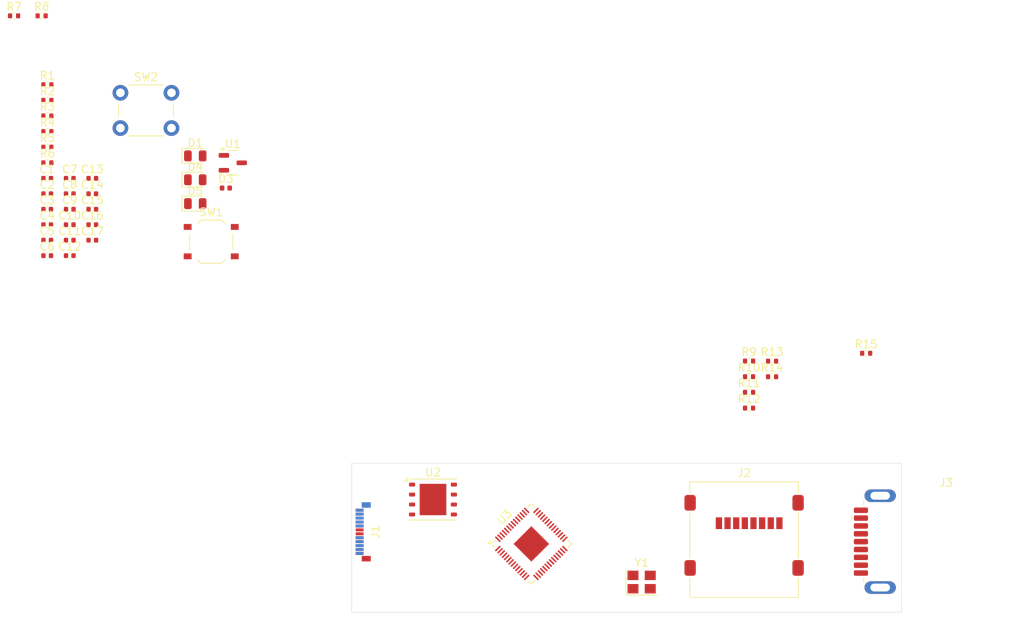
<source format=kicad_pcb>
(kicad_pcb (version 20240108) (generator "pcbnew") (generator_version "8.0")
  (layers (0 "F.Cu" signal) (31 "B.Cu" signal) (34 "B.Paste" user) (35 "F.Paste" user) (36 "B.SilkS" user "B.Silkscreen") (37 "F.SilkS" user "F.Silkscreen") (38 "B.Mask" user) (39 "F.Mask" user) (44 "Edge.Cuts" user))
  (net 0 "")
  (net 1 "XIN")
  (net 2 "GND")
  (net 3 "Net-(C2-Pad2)")
  (net 4 "+5V")
  (net 5 "+3V3")
  (net 6 "+1V1")
  (net 7 "Net-(D1-K)")
  (net 8 "Net-(D3-K)")
  (net 9 "LED")
  (net 10 "Net-(D4-A)")
  (net 11 "Net-(D5-A)")
  (net 12 "Net-(J1-CC1)")
  (net 13 "Net-(J1-CC2)")
  (net 14 "XOUT")
  (net 15 "Net-(R5-Pad1)")
  (net 16 "QSPI_SS")
  (net 17 "D+")
  (net 18 "Net-(U3-USB_DP)")
  (net 19 "Net-(U3-USB_DM)")
  (net 20 "D-")
  (net 21 "Net-(J2-DAT2)")
  (net 22 "CS")
  (net 23 "MOSI")
  (net 24 "CLK")
  (net 25 "MISO")
  (net 26 "Net-(J2-DAT1)")
  (net 27 "PUSH")
  (net 28 "QSPI_SD0")
  (net 29 "QSPI_SD3")
  (net 30 "QSPI_SD2")
  (net 31 "QSPI_SD1")
  (net 32 "QSPI_SCLK")
  (net 33 "GPIO26_ADC0")
  (net 34 "SWD")
  (net 35 "GPIO26_ADC1")
  (net 36 "GPIO26_ADC3")
  (net 37 "GPIO13")
  (net 38 "RUN")
  (net 39 "GPIO20")
  (net 40 "GPIO14")
  (net 41 "GPIO23")
  (net 42 "GPIO18")
  (net 43 "GPIO24")
  (net 44 "GPIO1")
  (net 45 "GPIO6")
  (net 46 "GPIO17")
  (net 47 "GPIO11")
  (net 48 "GPIO12")
  (net 49 "GPIO0")
  (net 50 "GPIO19")
  (net 51 "SWCLK")
  (net 52 "GPIO21")
  (net 53 "GPIO16")
  (net 54 "GPIO22")
  (net 55 "GPIO8")
  (net 56 "GPIO7")
  (net 57 "GPIO9")
  (net 58 "GPIO15")
  (net 59 "GPIO10")
  (footprint "Diode_SMD:D_0805_2012Metric" (layer "F.Cu") (at 59.07 48.93)
    (property "Reference" "D5" (at 0 -1.65 0) (layer "F.SilkS"))
    (property "Value" "S-LMBR340FT1G")
    (fp_line (start -1.685 -0.96) (end -1.685 0.96) (stroke (width 0.12)) (layer "F.SilkS"))
    (fp_line (start -1.685 0.96) (end 1 0.96) (stroke (width 0.12)) (layer "F.SilkS"))
    (fp_line (start 1 -0.96) (end -1.685 -0.96) (stroke (width 0.12)) (layer "F.SilkS"))
    (pad "1" smd roundrect (at -0.9375 0) (size 0.975 1.4) (layers "F.Cu" "F.Paste" "F.Mask") (net 4 "+5V"))
    (pad "2" smd roundrect (at 0.9375 0) (size 0.975 1.4) (layers "F.Cu" "F.Paste" "F.Mask") (net 11 "Net-(D5-A)"))
  )
  (footprint "Capacitor_SMD:C_0402_1005Metric" (layer "F.Cu") (at 43.09 49.645)
    (property "Reference" "C9" (at 0 -1.16 0) (layer "F.SilkS"))
    (property "Value" "1u")
    (fp_line (start -0.107836 -0.36) (end 0.107836 -0.36) (stroke (width 0.12)) (layer "F.SilkS"))
    (fp_line (start -0.107836 0.36) (end 0.107836 0.36) (stroke (width 0.12)) (layer "F.SilkS"))
    (pad "1" smd roundrect (at -0.48 0) (size 0.56 0.62) (layers "F.Cu" "F.Paste" "F.Mask") (net 6 "+1V1"))
    (pad "2" smd roundrect (at 0.48 0) (size 0.56 0.62) (layers "F.Cu" "F.Paste" "F.Mask") (net 2 "GND"))
  )
  (footprint "Capacitor_SMD:C_0402_1005Metric" (layer "F.Cu") (at 45.96 45.705)
    (property "Reference" "C13" (at 0 -1.16 0) (layer "F.SilkS"))
    (property "Value" "100n")
    (fp_line (start -0.107836 -0.36) (end 0.107836 -0.36) (stroke (width 0.12)) (layer "F.SilkS"))
    (fp_line (start -0.107836 0.36) (end 0.107836 0.36) (stroke (width 0.12)) (layer "F.SilkS"))
    (pad "1" smd roundrect (at -0.48 0) (size 0.56 0.62) (layers "F.Cu" "F.Paste" "F.Mask") (net 5 "+3V3"))
    (pad "2" smd roundrect (at 0.48 0) (size 0.56 0.62) (layers "F.Cu" "F.Paste" "F.Mask") (net 2 "GND"))
  )
  (footprint "Resistor_SMD:R_0402_1005Metric" (layer "F.Cu") (at 40.24 37.755)
    (property "Reference" "R3" (at 0 -1.17 0) (layer "F.SilkS"))
    (property "Value" "1k")
    (fp_line (start -0.153641 -0.38) (end 0.153641 -0.38) (stroke (width 0.12)) (layer "F.SilkS"))
    (fp_line (start -0.153641 0.38) (end 0.153641 0.38) (stroke (width 0.12)) (layer "F.SilkS"))
    (pad "1" smd roundrect (at -0.51 0) (size 0.54 0.64) (layers "F.Cu" "F.Paste" "F.Mask") (net 3 "Net-(C2-Pad2)"))
    (pad "2" smd roundrect (at 0.51 0) (size 0.54 0.64) (layers "F.Cu" "F.Paste" "F.Mask") (net 14 "XOUT"))
  )
  (footprint "Diode_SMD:D_0805_2012Metric" (layer "F.Cu") (at 59.07 45.89)
    (property "Reference" "D4" (at 0 -1.65 0) (layer "F.SilkS"))
    (property "Value" "S-LMBR340FT1G")
    (fp_line (start -1.685 -0.96) (end -1.685 0.96) (stroke (width 0.12)) (layer "F.SilkS"))
    (fp_line (start -1.685 0.96) (end 1 0.96) (stroke (width 0.12)) (layer "F.SilkS"))
    (fp_line (start 1 -0.96) (end -1.685 -0.96) (stroke (width 0.12)) (layer "F.SilkS"))
    (pad "1" smd roundrect (at -0.9375 0) (size 0.975 1.4) (layers "F.Cu" "F.Paste" "F.Mask") (net 4 "+5V"))
    (pad "2" smd roundrect (at 0.9375 0) (size 0.975 1.4) (layers "F.Cu" "F.Paste" "F.Mask") (net 10 "Net-(D4-A)"))
  )
  (footprint "Resistor_SMD:R_0402_1005Metric" (layer "F.Cu") (at 132.51 70.99)
    (property "Reference" "R14" (at 0 -1.17 0) (layer "F.SilkS"))
    (property "Value" "10k")
    (fp_line (start -0.153641 -0.38) (end 0.153641 -0.38) (stroke (width 0.12)) (layer "F.SilkS"))
    (fp_line (start -0.153641 0.38) (end 0.153641 0.38) (stroke (width 0.12)) (layer "F.SilkS"))
    (pad "1" smd roundrect (at -0.51 0) (size 0.54 0.64) (layers "F.Cu" "F.Paste" "F.Mask") (net 5 "+3V3"))
    (pad "2" smd roundrect (at 0.51 0) (size 0.54 0.64) (layers "F.Cu" "F.Paste" "F.Mask") (net 26 "Net-(J2-DAT1)"))
  )
  (footprint "Package_SON:WSON-8-1EP_6x5mm_P1.27mm_EP3.4x4mm" (layer "F.Cu") (at 89.3375 86.635)
    (property "Reference" "U2" (at 0 -3.45 0) (layer "F.SilkS"))
    (property "Value" "W25Q64JVZPIQ")
    (fp_line (start -3 2.61) (end 3 2.61) (stroke (width 0.12)) (layer "F.SilkS"))
    (fp_line (start -2.96 -2.61) (end 3 -2.61) (stroke (width 0.12)) (layer "F.SilkS"))
    (fp_poly (pts (xy -3.2 -2.31) (xy -3.68 -2.31) (xy -3.2 -2.79) (xy -3.2 -2.31)) (stroke (width 0.12)) (fill solid) (layer "F.SilkS"))
    (pad "1" smd roundrect (at -2.6625 -1.905) (size 0.775 0.5) (layers "F.Cu" "F.Paste" "F.Mask") (net 16 "QSPI_SS"))
    (pad "2" smd roundrect (at -2.6625 -0.635) (size 0.775 0.5) (layers "F.Cu" "F.Paste" "F.Mask") (net 31 "QSPI_SD1"))
    (pad "3" smd roundrect (at -2.6625 0.635) (size 0.775 0.5) (layers "F.Cu" "F.Paste" "F.Mask") (net 30 "QSPI_SD2"))
    (pad "4" smd roundrect (at -2.6625 1.905) (size 0.775 0.5) (layers "F.Cu" "F.Paste" "F.Mask") (net 2 "GND"))
    (pad "5" smd roundrect (at 2.6625 1.905) (size 0.775 0.5) (layers "F.Cu" "F.Paste" "F.Mask") (net 28 "QSPI_SD0"))
    (pad "6" smd roundrect (at 2.6625 0.635) (size 0.775 0.5) (layers "F.Cu" "F.Paste" "F.Mask") (net 32 "QSPI_SCLK"))
    (pad "7" smd roundrect (at 2.6625 -0.635) (size 0.775 0.5) (layers "F.Cu" "F.Paste" "F.Mask") (net 29 "QSPI_SD3"))
    (pad "8" smd roundrect (at 2.6625 -1.905) (size 0.775 0.5) (layers "F.Cu" "F.Paste" "F.Mask") (net 5 "+3V3"))
    (pad "9" smd rect (at 0 0) (size 3.4 4) (property pad_prop_heatsink) (layers "F.Cu" "F.Mask"))
  )
  (footprint "Resistor_SMD:R_0402_1005Metric" (layer "F.Cu") (at 144.49 68)
    (property "Reference" "R15" (at 0 -1.17 0) (layer "F.SilkS"))
    (property "Value" "330?")
    (fp_line (start -0.153641 -0.38) (end 0.153641 -0.38) (stroke (width 0.12)) (layer "F.SilkS"))
    (fp_line (start -0.153641 0.38) (end 0.153641 0.38) (stroke (width 0.12)) (layer "F.SilkS"))
    (pad "1" smd roundrect (at -0.51 0) (size 0.54 0.64) (layers "F.Cu" "F.Paste" "F.Mask") (net 8 "Net-(D3-K)"))
    (pad "2" smd roundrect (at 0.51 0) (size 0.54 0.64) (layers "F.Cu" "F.Paste" "F.Mask") (net 2 "GND"))
  )
  (footprint "Capacitor_SMD:C_0402_1005Metric" (layer "F.Cu") (at 40.22 53.585)
    (property "Reference" "C5" (at 0 -1.16 0) (layer "F.SilkS"))
    (property "Value" "10u")
    (fp_line (start -0.107836 -0.36) (end 0.107836 -0.36) (stroke (width 0.12)) (layer "F.SilkS"))
    (fp_line (start -0.107836 0.36) (end 0.107836 0.36) (stroke (width 0.12)) (layer "F.SilkS"))
    (pad "1" smd roundrect (at -0.48 0) (size 0.56 0.62) (layers "F.Cu" "F.Paste" "F.Mask") (net 5 "+3V3"))
    (pad "2" smd roundrect (at 0.48 0) (size 0.56 0.62) (layers "F.Cu" "F.Paste" "F.Mask") (net 2 "GND"))
  )
  (footprint "Capacitor_SMD:C_0402_1005Metric" (layer "F.Cu") (at 45.96 53.585)
    (property "Reference" "C17" (at 0 -1.16 0) (layer "F.SilkS"))
    (property "Value" "100n")
    (fp_line (start -0.107836 -0.36) (end 0.107836 -0.36) (stroke (width 0.12)) (layer "F.SilkS"))
    (fp_line (start -0.107836 0.36) (end 0.107836 0.36) (stroke (width 0.12)) (layer "F.SilkS"))
    (pad "1" smd roundrect (at -0.48 0) (size 0.56 0.62) (layers "F.Cu" "F.Paste" "F.Mask") (net 5 "+3V3"))
    (pad "2" smd roundrect (at 0.48 0) (size 0.56 0.62) (layers "F.Cu" "F.Paste" "F.Mask") (net 2 "GND"))
  )
  (footprint "Capacitor_SMD:C_0402_1005Metric" (layer "F.Cu") (at 43.09 53.585)
    (property "Reference" "C11" (at 0 -1.16 0) (layer "F.SilkS"))
    (property "Value" "100n")
    (fp_line (start -0.107836 -0.36) (end 0.107836 -0.36) (stroke (width 0.12)) (layer "F.SilkS"))
    (fp_line (start -0.107836 0.36) (end 0.107836 0.36) (stroke (width 0.12)) (layer "F.SilkS"))
    (pad "1" smd roundrect (at -0.48 0) (size 0.56 0.62) (layers "F.Cu" "F.Paste" "F.Mask") (net 5 "+3V3"))
    (pad "2" smd roundrect (at 0.48 0) (size 0.56 0.62) (layers "F.Cu" "F.Paste" "F.Mask") (net 2 "GND"))
  )
  (footprint "Connector_Card:microSD_HC_Molex_47219-2001" (layer "F.Cu") (at 128.95 91.75)
    (property "Reference" "J2" (at 0 -8.5 0) (layer "F.SilkS"))
    (property "Value" "Micro_SD_Card")
    (fp_line (start -6.91 -7.36) (end -6.91 -5.96) (stroke (width 0.12)) (layer "F.SilkS"))
    (fp_line (start -6.91 -7.36) (end 6.91 -7.36) (stroke (width 0.12)) (layer "F.SilkS"))
    (fp_line (start -6.91 2.34) (end -6.91 -3.44) (stroke (width 0.12)) (layer "F.SilkS"))
    (fp_line (start -6.91 4.86) (end -6.91 7.36) (stroke (width 0.12)) (layer "F.SilkS"))
    (fp_line (start -6.91 7.36) (end 6.91 7.36) (stroke (width 0.12)) (layer "F.SilkS"))
    (fp_line (start 6.91 -7.36) (end 6.91 -5.96) (stroke (width 0.12)) (layer "F.SilkS"))
    (fp_line (start 6.91 -3.44) (end 6.91 2.34) (stroke (width 0.12)) (layer "F.SilkS"))
    (fp_line (start 6.91 4.86) (end 6.91 7.36) (stroke (width 0.12)) (layer "F.SilkS"))
    (pad "1" smd rect (at -3.205 -2.1) (size 0.8 1.5) (layers "F.Cu" "F.Paste" "F.Mask") (net 21 "Net-(J2-DAT2)"))
    (pad "2" smd rect (at -2.105 -2.1) (size 0.8 1.5) (layers "F.Cu" "F.Paste" "F.Mask") (net 22 "CS"))
    (pad "3" smd rect (at -1.005 -2.1) (size 0.8 1.5) (layers "F.Cu" "F.Paste" "F.Mask") (net 23 "MOSI"))
    (pad "4" smd rect (at 0.095 -2.1) (size 0.8 1.5) (layers "F.Cu" "F.Paste" "F.Mask") (net 5 "+3V3"))
    (pad "5" smd rect (at 1.195 -2.1) (size 0.8 1.5) (layers "F.Cu" "F.Paste" "F.Mask") (net 24 "CLK"))
    (pad "6" smd rect (at 2.295 -2.1) (size 0.8 1.5) (layers "F.Cu" "F.Paste" "F.Mask") (net 2 "GND"))
    (pad "7" smd rect (at 3.395 -2.1) (size 0.8 1.5) (layers "F.Cu" "F.Paste" "F.Mask") (net 25 "MISO"))
    (pad "8" smd rect (at 4.495 -2.1) (size 0.8 1.5) (layers "F.Cu" "F.Paste" "F.Mask") (net 26 "Net-(J2-DAT1)"))
    (pad "9" smd roundrect (at -6.875 -4.7) (size 1.45 2) (layers "F.Cu" "F.Paste" "F.Mask") (net 2 "GND"))
    (pad "9" smd roundrect (at -6.875 3.6) (size 1.45 2) (layers "F.Cu" "F.Paste" "F.Mask") (net 2 "GND"))
    (pad "9" smd roundrect (at 6.875 -4.7) (size 1.45 2) (layers "F.Cu" "F.Paste" "F.Mask") (net 2 "GND"))
    (pad "9" smd roundrect (at 6.875 3.6) (size 1.45 2) (layers "F.Cu" "F.Paste" "F.Mask") (net 2 "GND"))
  )
  (footprint "Resistor_SMD:R_0402_1005Metric" (layer "F.Cu") (at 40.24 41.735)
    (property "Reference" "R5" (at 0 -1.17 0) (layer "F.SilkS"))
    (property "Value" "1k")
    (fp_line (start -0.153641 -0.38) (end 0.153641 -0.38) (stroke (width 0.12)) (layer "F.SilkS"))
    (fp_line (start -0.153641 0.38) (end 0.153641 0.38) (stroke (width 0.12)) (layer "F.SilkS"))
    (pad "1" smd roundrect (at -0.51 0) (size 0.54 0.64) (layers "F.Cu" "F.Paste" "F.Mask") (net 15 "Net-(R5-Pad1)"))
    (pad "2" smd roundrect (at 0.51 0) (size 0.54 0.64) (layers "F.Cu" "F.Paste" "F.Mask") (net 16 "QSPI_SS"))
  )
  (footprint "Capacitor_SMD:C_0402_1005Metric" (layer "F.Cu") (at 45.96 49.645)
    (property "Reference" "C15" (at 0 -1.16 0) (layer "F.SilkS"))
    (property "Value" "100n")
    (fp_line (start -0.107836 -0.36) (end 0.107836 -0.36) (stroke (width 0.12)) (layer "F.SilkS"))
    (fp_line (start -0.107836 0.36) (end 0.107836 0.36) (stroke (width 0.12)) (layer "F.SilkS"))
    (pad "1" smd roundrect (at -0.48 0) (size 0.56 0.62) (layers "F.Cu" "F.Paste" "F.Mask") (net 5 "+3V3"))
    (pad "2" smd roundrect (at 0.48 0) (size 0.56 0.62) (layers "F.Cu" "F.Paste" "F.Mask") (net 2 "GND"))
  )
  (footprint "Capacitor_SMD:C_0402_1005Metric" (layer "F.Cu") (at 40.22 47.675)
    (property "Reference" "C2" (at 0 -1.16 0) (layer "F.SilkS"))
    (property "Value" "15p")
    (fp_line (start -0.107836 -0.36) (end 0.107836 -0.36) (stroke (width 0.12)) (layer "F.SilkS"))
    (fp_line (start -0.107836 0.36) (end 0.107836 0.36) (stroke (width 0.12)) (layer "F.SilkS"))
    (pad "1" smd roundrect (at -0.48 0) (size 0.56 0.62) (layers "F.Cu" "F.Paste" "F.Mask") (net 2 "GND"))
    (pad "2" smd roundrect (at 0.48 0) (size 0.56 0.62) (layers "F.Cu" "F.Paste" "F.Mask") (net 3 "Net-(C2-Pad2)"))
  )
  (footprint "Capacitor_SMD:C_0402_1005Metric" (layer "F.Cu") (at 40.22 51.615)
    (property "Reference" "C4" (at 0 -1.16 0) (layer "F.SilkS"))
    (property "Value" "1u")
    (fp_line (start -0.107836 -0.36) (end 0.107836 -0.36) (stroke (width 0.12)) (layer "F.SilkS"))
    (fp_line (start -0.107836 0.36) (end 0.107836 0.36) (stroke (width 0.12)) (layer "F.SilkS"))
    (pad "1" smd roundrect (at -0.48 0) (size 0.56 0.62) (layers "F.Cu" "F.Paste" "F.Mask") (net 5 "+3V3"))
    (pad "2" smd roundrect (at 0.48 0) (size 0.56 0.62) (layers "F.Cu" "F.Paste" "F.Mask") (net 2 "GND"))
  )
  (footprint "LED_SMD:LED_0402_1005Metric" (layer "F.Cu") (at 62.965 46.945)
    (property "Reference" "D3" (at 0 -1.17 0) (layer "F.SilkS"))
    (property "Value" "LED")
    (fp_circle (center -1.09 0) (end -1.04 0) (stroke (width 0.1)) (fill none) (layer "F.SilkS"))
    (pad "1" smd roundrect (at -0.485 0) (size 0.59 0.64) (layers "F.Cu" "F.Paste" "F.Mask") (net 8 "Net-(D3-K)"))
    (pad "2" smd roundrect (at 0.485 0) (size 0.59 0.64) (layers "F.Cu" "F.Paste" "F.Mask") (net 9 "LED"))
  )
  (footprint "Package_TO_SOT_SMD:SOT-23-3" (layer "F.Cu") (at 63.85 43.73)
    (property "Reference" "U1" (at 0 -2.4 0) (layer "F.SilkS"))
    (property "Value" "XC6206PxxxMR")
    (fp_line (start 0 -1.56) (end -0.8 -1.56) (stroke (width 0.12)) (layer "F.SilkS"))
    (fp_line (start 0 -1.56) (end 0.8 -1.56) (stroke (width 0.12)) (layer "F.SilkS"))
    (fp_line (start 0 1.56) (end -0.8 1.56) (stroke (width 0.12)) (layer "F.SilkS"))
    (fp_line (start 0 1.56) (end 0.8 1.56) (stroke (width 0.12)) (layer "F.SilkS"))
    (fp_poly (pts (xy -1.3 -1.51) (xy -1.54 -1.84) (xy -1.06 -1.84) (xy -1.3 -1.51)) (stroke (width 0.12)) (fill solid) (layer "F.SilkS"))
    (pad "1" smd roundrect (at -1.1375 -0.95) (size 1.325 0.6) (layers "F.Cu" "F.Paste" "F.Mask") (net 2 "GND"))
    (pad "2" smd roundrect (at -1.1375 0.95) (size 1.325 0.6) (layers "F.Cu" "F.Paste" "F.Mask") (net 5 "+3V3"))
    (pad "3" smd roundrect (at 1.1375 0) (size 1.325 0.6) (layers "F.Cu" "F.Paste" "F.Mask") (net 4 "+5V"))
  )
  (footprint "Capacitor_SMD:C_0402_1005Metric" (layer "F.Cu") (at 40.22 55.555)
    (property "Reference" "C6" (at 0 -1.16 0) (layer "F.SilkS"))
    (property "Value" "100n")
    (fp_line (start -0.107836 -0.36) (end 0.107836 -0.36) (stroke (width 0.12)) (layer "F.SilkS"))
    (fp_line (start -0.107836 0.36) (end 0.107836 0.36) (stroke (width 0.12)) (layer "F.SilkS"))
    (pad "1" smd roundrect (at -0.48 0) (size 0.56 0.62) (layers "F.Cu" "F.Paste" "F.Mask") (net 5 "+3V3"))
    (pad "2" smd roundrect (at 0.48 0) (size 0.56 0.62) (layers "F.Cu" "F.Paste" "F.Mask") (net 2 "GND"))
  )
  (footprint "Resistor_SMD:R_0402_1005Metric" (layer "F.Cu") (at 132.51 69)
    (property "Reference" "R13" (at 0 -1.17 0) (layer "F.SilkS"))
    (property "Value" "10k")
    (fp_line (start -0.153641 -0.38) (end 0.153641 -0.38) (stroke (width 0.12)) (layer "F.SilkS"))
    (fp_line (start -0.153641 0.38) (end 0.153641 0.38) (stroke (width 0.12)) (layer "F.SilkS"))
    (pad "1" smd roundrect (at -0.51 0) (size 0.54 0.64) (layers "F.Cu" "F.Paste" "F.Mask") (net 5 "+3V3"))
    (pad "2" smd roundrect (at 0.51 0) (size 0.54 0.64) (layers "F.Cu" "F.Paste" "F.Mask") (net 25 "MISO"))
  )
  (footprint "Resistor_SMD:R_0402_1005Metric" (layer "F.Cu") (at 40.24 39.745)
    (property "Reference" "R4" (at 0 -1.17 0) (layer "F.SilkS"))
    (property "Value" "330")
    (fp_line (start -0.153641 -0.38) (end 0.153641 -0.38) (stroke (width 0.12)) (layer "F.SilkS"))
    (fp_line (start -0.153641 0.38) (end 0.153641 0.38) (stroke (width 0.12)) (layer "F.SilkS"))
    (pad "1" smd roundrect (at -0.51 0) (size 0.54 0.64) (layers "F.Cu" "F.Paste" "F.Mask") (net 7 "Net-(D1-K)"))
    (pad "2" smd roundrect (at 0.51 0) (size 0.54 0.64) (layers "F.Cu" "F.Paste" "F.Mask") (net 2 "GND"))
  )
  (footprint "Resistor_SMD:R_0402_1005Metric" (layer "F.Cu") (at 40.24 43.725)
    (property "Reference" "R6" (at 0 -1.17 0) (layer "F.SilkS"))
    (property "Value" "DNF")
    (fp_line (start -0.153641 -0.38) (end 0.153641 -0.38) (stroke (width 0.12)) (layer "F.SilkS"))
    (fp_line (start -0.153641 0.38) (end 0.153641 0.38) (stroke (width 0.12)) (layer "F.SilkS"))
    (pad "1" smd roundrect (at -0.51 0) (size 0.54 0.64) (layers "F.Cu" "F.Paste" "F.Mask") (net 5 "+3V3"))
    (pad "2" smd roundrect (at 0.51 0) (size 0.54 0.64) (layers "F.Cu" "F.Paste" "F.Mask") (net 16 "QSPI_SS"))
  )
  (footprint "Capacitor_SMD:C_0402_1005Metric" (layer "F.Cu") (at 40.22 45.705)
    (property "Reference" "C1" (at 0 -1.16 0) (layer "F.SilkS"))
    (property "Value" "15p")
    (fp_line (start -0.107836 -0.36) (end 0.107836 -0.36) (stroke (width 0.12)) (layer "F.SilkS"))
    (fp_line (start -0.107836 0.36) (end 0.107836 0.36) (stroke (width 0.12)) (layer "F.SilkS"))
    (pad "1" smd roundrect (at -0.48 0) (size 0.56 0.62) (layers "F.Cu" "F.Paste" "F.Mask") (net 2 "GND"))
    (pad "2" smd roundrect (at 0.48 0) (size 0.56 0.62) (layers "F.Cu" "F.Paste" "F.Mask") (net 1 "XIN"))
  )
  (footprint "Capacitor_SMD:C_0402_1005Metric" (layer "F.Cu") (at 43.09 47.675)
    (property "Reference" "C8" (at 0 -1.16 0) (layer "F.SilkS"))
    (property "Value" "100n")
    (fp_line (start -0.107836 -0.36) (end 0.107836 -0.36) (stroke (width 0.12)) (layer "F.SilkS"))
    (fp_line (start -0.107836 0.36) (end 0.107836 0.36) (stroke (width 0.12)) (layer "F.SilkS"))
    (pad "1" smd roundrect (at -0.48 0) (size 0.56 0.62) (layers "F.Cu" "F.Paste" "F.Mask") (net 6 "+1V1"))
    (pad "2" smd roundrect (at 0.48 0) (size 0.56 0.62) (layers "F.Cu" "F.Paste" "F.Mask") (net 2 "GND"))
  )
  (footprint "Capacitor_SMD:C_0402_1005Metric" (layer "F.Cu") (at 40.22 49.645)
    (property "Reference" "C3" (at 0 -1.16 0) (layer "F.SilkS"))
    (property "Value" "1u")
    (fp_line (start -0.107836 -0.36) (end 0.107836 -0.36) (stroke (width 0.12)) (layer "F.SilkS"))
    (fp_line (start -0.107836 0.36) (end 0.107836 0.36) (stroke (width 0.12)) (layer "F.SilkS"))
    (pad "1" smd roundrect (at -0.48 0) (size 0.56 0.62) (layers "F.Cu" "F.Paste" "F.Mask") (net 4 "+5V"))
    (pad "2" smd roundrect (at 0.48 0) (size 0.56 0.62) (layers "F.Cu" "F.Paste" "F.Mask") (net 2 "GND"))
  )
  (footprint "Package_DFN_QFN:QFN-56-1EP_7x7mm_P0.4mm_EP3.2x3.2mm" (layer "F.Cu") (at 101.862214 92.289258 45)
    (property "Reference" "U3" (at 0 -4.83 45) (layer "F.SilkS"))
    (property "Value" "RP2040")
    (fp_line (start -2.960001 -3.61) (end -3.31 -3.61) (stroke (width 0.12)) (layer "F.SilkS"))
    (fp_line (start -3.61 -2.960001) (end -3.61 -3.37) (stroke (width 0.12)) (layer "F.SilkS"))
    (fp_line (start 2.960001 -3.61) (end 3.61 -3.61) (stroke (width 0.12)) (layer "F.SilkS"))
    (fp_line (start 3.61 -3.61) (end 3.61 -2.960001) (stroke (width 0.12)) (layer "F.SilkS"))
    (fp_line (start -3.61 3.61) (end -3.61 2.960001) (stroke (width 0.12)) (layer "F.SilkS"))
    (fp_line (start -2.960001 3.61) (end -3.61 3.61) (stroke (width 0.12)) (layer "F.SilkS"))
    (fp_line (start 2.960001 3.61) (end 3.61 3.61) (stroke (width 0.12)) (layer "F.SilkS"))
    (fp_line (start 3.61 3.61) (end 3.61 2.960001) (stroke (width 0.12)) (layer "F.SilkS"))
    (fp_poly (pts (xy -3.61 -3.61) (xy -3.85 -3.94) (xy -3.37 -3.94) (xy -3.61 -3.61)) (stroke (width 0.12)) (fill solid) (layer "F.SilkS"))
    (pad "1" smd roundrect (at -3.4375 -2.6 45) (size 0.875 0.2) (layers "F.Cu" "F.Paste" "F.Mask") (net 5 "+3V3"))
    (pad "2" smd roundrect (at -3.4375 -2.199999 45) (size 0.875 0.2) (layers "F.Cu" "F.Paste" "F.Mask") (net 49 "GPIO0"))
    (pad "3" smd roundrect (at -3.4375 -1.8 45) (size 0.875 0.2) (layers "F.Cu" "F.Paste" "F.Mask") (net 44 "GPIO1"))
    (pad "4" smd roundrect (at -3.4375 -1.4 45) (size 0.875 0.2) (layers "F.Cu" "F.Paste" "F.Mask") (net 24 "CLK"))
    (pad "5" smd roundrect (at -3.4375 -1 45) (size 0.875 0.2) (layers "F.Cu" "F.Paste" "F.Mask") (net 23 "MOSI"))
    (pad "6" smd roundrect (at -3.4375 -0.600001 45) (size 0.875 0.2) (layers "F.Cu" "F.Paste" "F.Mask") (net 25 "MISO"))
    (pad "7" smd roundrect (at -3.4375 -0.2 45) (size 0.875 0.2) (layers "F.Cu" "F.Paste" "F.Mask") (net 22 "CS"))
    (pad "8" smd roundrect (at -3.4375 0.2 45) (size 0.875 0.2) (layers "F.Cu" "F.Paste" "F.Mask") (net 45 "GPIO6"))
    (pad "9" smd roundrect (at -3.4375 0.600001 45) (size 0.875 0.2) (layers "F.Cu" "F.Paste" "F.Mask") (net 56 "GPIO7"))
    (pad "10" smd roundrect (at -3.4375 1 45) (size 0.875 0.2) (layers "F.Cu" "F.Paste" "F.Mask") (net 5 "+3V3"))
    (pad "11" smd roundrect (at -3.4375 1.4 45) (size 0.875 0.2) (layers "F.Cu" "F.Paste" "F.Mask") (net 55 "GPIO8"))
    (pad "12" smd roundrect (at -3.4375 1.8 45) (size 0.875 0.2) (layers "F.Cu" "F.Paste" "F.Mask") (net 57 "GPIO9"))
    (pad "13" smd roundrect (at -3.4375 2.199999 45) (size 0.875 0.2) (layers "F.Cu" "F.Paste" "F.Mask") (net 59 "GPIO10"))
    (pad "14" smd roundrect (at -3.4375 2.6 45) (size 0.875 0.2) (layers "F.Cu" "F.Paste" "F.Mask") (net 47 "GPIO11"))
    (pad "15" smd roundrect (at -2.6 3.4375 45) (size 0.2 0.875) (layers "F.Cu" "F.Paste" "F.Mask") (net 48 "GPIO12"))
    (pad "16" smd roundrect (at -2.199999 3.4375 45) (size 0.2 0.875) (layers "F.Cu" "F.Paste" "F.Mask") (net 37 "GPIO13"))
    (pad "17" smd roundrect (at -1.8 3.4375 45) (size 0.2 0.875) (layers "F.Cu" "F.Paste" "F.Mask") (net 40 "GPIO14"))
    (pad "18" smd roundrect (at -1.4 3.4375 45) (size 0.2 0.875) (layers "F.Cu" "F.Paste" "F.Mask") (net 58 "GPIO15"))
    (pad "19" smd roundrect (at -1 3.4375 45) (size 0.2 0.875) (layers "F.Cu" "F.Paste" "F.Mask") (net 2 "GND"))
    (pad "20" smd roundrect (at -0.600001 3.4375 45) (size 0.2 0.875) (layers "F.Cu" "F.Paste" "F.Mask") (net 1 "XIN"))
    (pad "21" smd roundrect (at -0.2 3.4375 45) (size 0.2 0.875) (layers "F.Cu" "F.Paste" "F.Mask") (net 14 "XOUT"))
    (pad "22" smd roundrect (at 0.2 3.4375 45) (size 0.2 0.875) (layers "F.Cu" "F.Paste" "F.Mask") (net 5 "+3V3"))
    (pad "23" smd roundrect (at 0.600001 3.4375 45) (size 0.2 0.875) (layers "F.Cu" "F.Paste" "F.Mask") (net 6 "+1V1"))
    (pad "24" smd roundrect (at 1 3.4375 45) (size 0.2 0.875) (layers "F.Cu" "F.Paste" "F.Mask") (net 51 "SWCLK"))
    (pad "25" smd roundrect (at 1.4 3.4375 45) (size 0.2 0.875) (layers "F.Cu" "F.Paste" "F.Mask") (net 34 "SWD"))
    (pad "26" smd roundrect (at 1.8 3.4375 45) (size 0.2 0.875) (layers "F.Cu" "F.Paste" "F.Mask") (net 38 "RUN"))
    (pad "27" smd roundrect (at 2.199999 3.4375 45) (size 0.2 0.875) (layers "F.Cu" "F.Paste" "F.Mask") (net 53 "GPIO16"))
    (pad "28" smd roundrect (at 2.6 3.4375 45) (size 0.2 0.875) (layers "F.Cu" "F.Paste" "F.Mask") (net 46 "GPIO17"))
    (pad "29" smd roundrect (at 3.4375 2.6 45) (size 0.875 0.2) (layers "F.Cu" "F.Paste" "F.Mask") (net 42 "GPIO18"))
    (pad "30" smd roundrect (at 3.4375 2.199999 45) (size 0.875 0.2) (layers "F.Cu" "F.Paste" "F.Mask") (net 50 "GPIO19"))
    (pad "31" smd roundrect (at 3.4375 1.8 45) (size 0.875 0.2) (layers "F.Cu" "F.Paste" "F.Mask") (net 39 "GPIO20"))
    (pad "32" smd roundrect (at 3.4375 1.4 45) (size 0.875 0.2) (layers "F.Cu" "F.Paste" "F.Mask") (net 52 "GPIO21"))
    (pad "33" smd roundrect (at 3.4375 1 45) (size 0.875 0.2) (layers "F.Cu" "F.Paste" "F.Mask") (net 5 "+3V3"))
    (pad "34" smd roundrect (at 3.4375 0.600001 45) (size 0.875 0.2) (layers "F.Cu" "F.Paste" "F.Mask") (net 54 "GPIO22"))
    (pad "35" smd roundrect (at 3.4375 0.2 45) (size 0.875 0.2) (layers "F.Cu" "F.Paste" "F.Mask") (net 41 "GPIO23"))
    (pad "36" smd roundrect (at 3.4375 -0.2 45) (size 0.875 0.2) (layers "F.Cu" "F.Paste" "F.Mask") (net 43 "GPIO24"))
    (pad "37" smd roundrect (at 3.4375 -0.600001 45) (size 0.875 0.2) (layers "F.Cu" "F.Paste" "F.Mask") (net 9 "LED"))
    (pad "38" smd roundrect (at 3.4375 -1 45) (size 0.875 0.2) (layers "F.Cu" "F.Paste" "F.Mask") (net 33 "GPIO26_ADC0"))
    (pad "39" smd roundrect (at 3.4375 -1.4 45) (size 0.875 0.2) (layers "F.Cu" "F.Paste" "F.Mask") (net 35 "GPIO26_ADC1"))
    (pad "40" smd roundrect (at 3.4375 -1.8 45) (size 0.875 0.2) (layers "F.Cu" "F.Paste" "F.Mask") (net 27 "PUSH"))
    (pad "41" smd roundrect (at 3.4375 -2.199999 45) (size 0.875 0.2) (layers "F.Cu" "F.Paste" "F.Mask") (net 36 "GPIO26_ADC3"))
    (pad "42" smd roundrect (at 3.4375 -2.6 45) (size 0.875 0.2) (layers "F.Cu" "F.Paste" "F.Mask") (net 5 "+3V3"))
    (pad "43" smd roundrect (at 2.6 -3.4375 45) (size 0.2 0.875) (layers "F.Cu" "F.Paste" "F.Mask") (net 5 "+3V3"))
    (pad "44" smd roundrect (at 2.199999 -3.4375 45) (size 0.2 0.875) (layers "F.Cu" "F.Paste" "F.Mask") (net 5 "+3V3"))
    (pad "45" smd roundrect (at 1.8 -3.4375 45) (size 0.2 0.875) (layers "F.Cu" "F.Paste" "F.Mask") (net 6 "+1V1"))
    (pad "46" smd roundrect (at 1.4 -3.4375 45) (size 0.2 0.875) (layers "F.Cu" "F.Paste" "F.Mask") (net 19 "Net-(U3-USB_DM)"))
    (pad "47" smd roundrect (at 1 -3.4375 45) (size 0.2 0.875) (layers "F.Cu" "F.Paste" "F.Mask") (net 18 "Net-(U3-USB_DP)"))
    (pad "48" smd roundrect (at 0.600001 -3.4375 45) (size 0.2 0.875) (layers "F.Cu" "F.Paste" "F.Mask") (net 5 "+3V3"))
    (pad "49" smd roundrect (at 0.2 -3.4375 45) (size 0.2 0.875) (layers "F.Cu" "F.Paste" "F.Mask") (net 5 "+3V3"))
    (pad "50" smd roundrect (at -0.2 -3.4375 45) (size 0.2 0.875) (layers "F.Cu" "F.Paste" "F.Mask") (net 6 "+1V1"))
    (pad "51" smd roundrect (at -0.600001 -3.4375 45) (size 0.2 0.875) (layers "F.Cu" "F.Paste" "F.Mask") (net 29 "QSPI_SD3"))
    (pad "52" smd roundrect (at -1 -3.4375 45) (size 0.2 0.875) (layers "F.Cu" "F.Paste" "F.Mask") (net 32 "QSPI_SCLK"))
    (pad "53" smd roundrect (at -1.4 -3.4375 45) (size 0.2 0.875) (layers "F.Cu" "F.Paste" "F.Mask") (net 28 "QSPI_SD0"))
    (pad "54" smd roundrect (at -1.8 -3.4375 45) (size 0.2 0.875) (layers "F.Cu" "F.Paste" "F.Mask") (net 30 "QSPI_SD2"))
    (pad "55" smd roundrect (at -2.199999 -3.4375 45) (size 0.2 0.875) (layers "F.Cu" "F.Paste" "F.Mask") (net 31 "QSPI_SD1"))
    (pad "56" smd roundrect (at -2.6 -3.4375 45) (size 0.2 0.875) (layers "F.Cu" "F.Paste" "F.Mask") (net 16 "QSPI_SS"))
    (pad "57" smd rect (at 0 0 45) (size 3.2 3.2) (property pad_prop_heatsink) (layers "F.Cu" "F.Mask") (net 2 "GND"))
  )
  (footprint "Resistor_SMD:R_0402_1005Metric" (layer "F.Cu") (at 36 25)
    (property "Reference" "R7" (at 0 -1.17 0) (layer "F.SilkS"))
    (property "Value" "27.4")
    (fp_line (start -0.153641 -0.38) (end 0.153641 -0.38) (stroke (width 0.12)) (layer "F.SilkS"))
    (fp_line (start -0.153641 0.38) (end 0.153641 0.38) (stroke (width 0.12)) (layer "F.SilkS"))
    (pad "1" smd roundrect (at -0.51 0) (size 0.54 0.64) (layers "F.Cu" "F.Paste" "F.Mask") (net 18 "Net-(U3-USB_DP)"))
    (pad "2" smd roundrect (at 0.51 0) (size 0.54 0.64) (layers "F.Cu" "F.Paste" "F.Mask") (net 17 "D+"))
  )
  (footprint "Resistor_SMD:R_0402_1005Metric" (layer "F.Cu") (at 129.58 74.98)
    (property "Reference" "R12" (at 0 -1.17 0) (layer "F.SilkS"))
    (property "Value" "10k")
    (fp_line (start -0.153641 -0.38) (end 0.153641 -0.38) (stroke (width 0.12)) (layer "F.SilkS"))
    (fp_line (start -0.153641 0.38) (end 0.153641 0.38) (stroke (width 0.12)) (layer "F.SilkS"))
    (pad "1" smd roundrect (at -0.51 0) (size 0.54 0.64) (layers "F.Cu" "F.Paste" "F.Mask") (net 5 "+3V3"))
    (pad "2" smd roundrect (at 0.51 0) (size 0.54 0.64) (layers "F.Cu" "F.Paste" "F.Mask") (net 24 "CLK"))
  )
  (footprint "Resistor_SMD:R_0402_1005Metric" (layer "F.Cu") (at 39.51 25)
    (property "Reference" "R8" (at 0 -1.17 0) (layer "F.SilkS"))
    (property "Value" "27.4")
    (fp_line (start -0.153641 -0.38) (end 0.153641 -0.38) (stroke (width 0.12)) (layer "F.SilkS"))
    (fp_line (start -0.153641 0.38) (end 0.153641 0.38) (stroke (width 0.12)) (layer "F.SilkS"))
    (pad "1" smd roundrect (at -0.51 0) (size 0.54 0.64) (layers "F.Cu" "F.Paste" "F.Mask") (net 19 "Net-(U3-USB_DM)"))
    (pad "2" smd roundrect (at 0.51 0) (size 0.54 0.64) (layers "F.Cu" "F.Paste" "F.Mask") (net 20 "D-"))
  )
  (footprint "Resistor_SMD:R_0402_1005Metric" (layer "F.Cu") (at 129.58 72.97)
    (property "Reference" "R11" (at 0 -1.17 0) (layer "F.SilkS"))
    (property "Value" "10k")
    (fp_line (start -0.153641 -0.38) (end 0.153641 -0.38) (stroke (width 0.12)) (layer "F.SilkS"))
    (fp_line (start -0.153641 0.38) (end 0.153641 0.38) (stroke (width 0.12)) (layer "F.SilkS"))
    (pad "1" smd roundrect (at -0.51 0) (size 0.54 0.64) (layers "F.Cu" "F.Paste" "F.Mask") (net 5 "+3V3"))
    (pad "2" smd roundrect (at 0.51 0) (size 0.54 0.64) (layers "F.Cu" "F.Paste" "F.Mask") (net 23 "MOSI"))
  )
  (footprint "Connector_USB:USB3_A_Plug_Wuerth_692112030100_Horizontal" (layer "F.Cu") (at 154.675 92)
    (property "Reference" "J3" (at 0 -7.5 0) (layer "F.SilkS"))
    (property "Value" "USB_A")
    (fp_line (start -12.01 -2.7) (end -12.01 -3.3) (stroke (width 0.12)) (layer "F.SilkS"))
    (fp_line (start -10.5 -4.61) (end -10.5 -5.19) (stroke (width 0.12)) (layer "F.SilkS"))
    (fp_line (start -10.5 4.61) (end -10.5 5.19) (stroke (width 0.12)) (layer "F.SilkS"))
    (pad "" np_thru_hole circle (at -8.4 -2.25 90) (size 1.1 1.1) (drill 1.1) (layers "*.Cu" "*.Mask"))
    (pad "" np_thru_hole circle (at -8.4 2.25 90) (size 1.1 1.1) (drill 1.1) (layers "*.Cu" "*.Mask"))
    (pad "1" smd roundrect (at -10.85 -3 90) (size 0.7 1.8) (layers "F.Cu" "F.Paste" "F.Mask") (net 11 "Net-(D5-A)"))
    (pad "2" smd roundrect (at -10.85 -1 90) (size 0.7 1.8) (layers "F.Cu" "F.Paste" "F.Mask") (net 20 "D-"))
    (pad "3" smd roundrect (at -10.85 1 90) (size 0.7 1.8) (layers "F.Cu" "F.Paste" "F.Mask") (net 17 "D+"))
    (pad "4" smd roundrect (at -10.85 3 90) (size 0.7 1.8) (layers "F.Cu" "F.Paste" "F.Mask") (net 2 "GND"))
    (pad "5" smd roundrect (at -10.85 4 90) (size 0.7 1.8) (layers "F.Cu" "F.Paste" "F.Mask") (net 2 "GND"))
    (pad "6" smd roundrect (at -10.85 2 90) (size 0.7 1.8) (layers "F.Cu" "F.Paste" "F.Mask"))
    (pad "7" smd roundrect (at -10.85 0 90) (size 0.7 1.8) (layers "F.Cu" "F.Paste" "F.Mask"))
    (pad "8" smd roundrect (at -10.85 -2 90) (size 0.7 1.8) (layers "F.Cu" "F.Paste" "F.Mask"))
    (pad "9" smd roundrect (at -10.85 -4) (size 1.8 0.7) (layers "F.Cu" "F.Paste" "F.Mask"))
    (pad "10" thru_hole oval (at -8.4 -5.85 90) (size 1.6 4) (drill oval 1 2.5) (layers "*.Cu" "*.Mask"))
    (pad "10" thru_hole oval (at -8.4 5.85 90) (size 1.6 4) (drill oval 1 2.5) (layers "*.Cu" "*.Mask"))
  )
  (footprint "Resistor_SMD:R_0402_1005Metric" (layer "F.Cu") (at 40.24 35.765)
    (property "Reference" "R2" (at 0 -1.17 0) (layer "F.SilkS"))
    (property "Value" "5.1k")
    (fp_line (start -0.153641 -0.38) (end 0.153641 -0.38) (stroke (width 0.12)) (layer "F.SilkS"))
    (fp_line (start -0.153641 0.38) (end 0.153641 0.38) (stroke (width 0.12)) (layer "F.SilkS"))
    (pad "1" smd roundrect (at -0.51 0) (size 0.54 0.64) (layers "F.Cu" "F.Paste" "F.Mask") (net 13 "Net-(J1-CC2)"))
    (pad "2" smd roundrect (at 0.51 0) (size 0.54 0.64) (layers "F.Cu" "F.Paste" "F.Mask") (net 2 "GND"))
  )
  (footprint "Crystal:Crystal_SMD_Abracon_ABM8G-4Pin_3.2x2.5mm" (layer "F.Cu") (at 115.9 97.15)
    (property "Reference" "Y1" (at 0 -2.45 0) (layer "F.SilkS"))
    (property "Value" "Crystal_GND23")
    (fp_line (start -2 -1.65) (end -2 1.65) (stroke (width 0.12)) (layer "F.SilkS"))
    (fp_line (start -2 1.65) (end 2 1.65) (stroke (width 0.12)) (layer "F.SilkS"))
    (pad "1" smd rect (at -1.1 0.85) (size 1.4 1.2) (layers "F.Cu" "F.Paste" "F.Mask") (net 1 "XIN"))
    (pad "2" smd rect (at 1.1 0.85) (size 1.4 1.2) (layers "F.Cu" "F.Paste" "F.Mask") (net 2 "GND"))
    (pad "3" smd rect (at 1.1 -0.85) (size 1.4 1.2) (layers "F.Cu" "F.Paste" "F.Mask") (net 2 "GND"))
    (pad "4" smd rect (at -1.1 -0.85) (size 1.4 1.2) (layers "F.Cu" "F.Paste" "F.Mask") (net 3 "Net-(C2-Pad2)"))
  )
  (footprint "Capacitor_SMD:C_0402_1005Metric" (layer "F.Cu") (at 43.09 55.555)
    (property "Reference" "C12" (at 0 -1.16 0) (layer "F.SilkS"))
    (property "Value" "100n")
    (fp_line (start -0.107836 -0.36) (end 0.107836 -0.36) (stroke (width 0.12)) (layer "F.SilkS"))
    (fp_line (start -0.107836 0.36) (end 0.107836 0.36) (stroke (width 0.12)) (layer "F.SilkS"))
    (pad "1" smd roundrect (at -0.48 0) (size 0.56 0.62) (layers "F.Cu" "F.Paste" "F.Mask") (net 5 "+3V3"))
    (pad "2" smd roundrect (at 0.48 0) (size 0.56 0.62) (layers "F.Cu" "F.Paste" "F.Mask") (net 2 "GND"))
  )
  (footprint "Button_Switch_THT:SW_PUSH_6mm" (layer "F.Cu") (at 49.54 34.805)
    (property "Reference" "SW2" (at 3.25 -2 0) (layer "F.SilkS"))
    (property "Value" "SW_Push")
    (fp_line (start -0.25 1.5) (end -0.25 3) (stroke (width 0.12)) (layer "F.SilkS"))
    (fp_line (start 1 5.5) (end 5.5 5.5) (stroke (width 0.12)) (layer "F.SilkS"))
    (fp_line (start 5.5 -1) (end 1 -1) (stroke (width 0.12)) (layer "F.SilkS"))
    (fp_line (start 6.75 3) (end 6.75 1.5) (stroke (width 0.12)) (layer "F.SilkS"))
    (pad "1" thru_hole circle (at 0 0 90) (size 2 2) (drill 1.1) (layers "*.Cu" "*.Mask") (net 27 "PUSH"))
    (pad "1" thru_hole circle (at 6.5 0 90) (size 2 2) (drill 1.1) (layers "*.Cu" "*.Mask") (net 27 "PUSH"))
    (pad "2" thru_hole circle (at 0 4.5 90) (size 2 2) (drill 1.1) (layers "*.Cu" "*.Mask") (net 2 "GND"))
    (pad "2" thru_hole circle (at 6.5 4.5 90) (size 2 2) (drill 1.1) (layers "*.Cu" "*.Mask") (net 2 "GND"))
  )
  (footprint "Capacitor_SMD:C_0402_1005Metric" (layer "F.Cu") (at 43.09 51.615)
    (property "Reference" "C10" (at 0 -1.16 0) (layer "F.SilkS"))
    (property "Value" "1u")
    (fp_line (start -0.107836 -0.36) (end 0.107836 -0.36) (stroke (width 0.12)) (layer "F.SilkS"))
    (fp_line (start -0.107836 0.36) (end 0.107836 0.36) (stroke (width 0.12)) (layer "F.SilkS"))
    (pad "1" smd roundrect (at -0.48 0) (size 0.56 0.62) (layers "F.Cu" "F.Paste" "F.Mask") (net 5 "+3V3"))
    (pad "2" smd roundrect (at 0.48 0) (size 0.56 0.62) (layers "F.Cu" "F.Paste" "F.Mask") (net 2 "GND"))
  )
  (footprint "Connector_USB:USB_C_Plug_Molex_105444" (layer "F.Cu") (at 79.96 90.75 90)
    (property "Reference" "J1" (at 0 2.04 90) (layer "F.SilkS"))
    (property "Value" "USB_C_Receptacle_USB2.0_16P")
    (pad "A1" smd rect (at -2.75 0.04 90) (size 0.38 1) (layers "F.Cu" "F.Paste" "F.Mask") (net 2 "GND"))
    (pad "A2" smd rect (at -2.25 0.04 90) (size 0.38 1) (layers "F.Cu" "F.Paste" "F.Mask"))
    (pad "A3" smd rect (at -1.75 0.04 90) (size 0.38 1) (layers "F.Cu" "F.Paste" "F.Mask"))
    (pad "A4" smd rect (at -1.25 0.04 90) (size 0.38 1) (layers "F.Cu" "F.Paste" "F.Mask") (net 10 "Net-(D4-A)"))
    (pad "A5" smd rect (at -0.75 0.04 90) (size 0.38 1) (layers "F.Cu" "F.Paste" "F.Mask") (net 12 "Net-(J1-CC1)"))
    (pad "A6" smd rect (at -0.25 0.04 90) (size 0.38 1) (layers "F.Cu" "F.Paste" "F.Mask") (net 17 "D+"))
    (pad "A7" smd rect (at 0.25 0.04 90) (size 0.38 1) (layers "F.Cu" "F.Paste" "F.Mask") (net 20 "D-"))
    (pad "A8" smd rect (at 0.75 0.04 90) (size 0.38 1) (layers "F.Cu" "F.Paste" "F.Mask"))
    (pad "A9" smd rect (at 1.25 0.04 90) (size 0.38 1) (layers "F.Cu" "F.Paste" "F.Mask") (net 10 "Net-(D4-A)"))
    (pad "A10" smd rect (at 1.75 0.04 90) (size 0.38 1) (layers "F.Cu" "F.Paste" "F.Mask"))
    (pad "A11" smd rect (at 2.25 0.04 90) (size 0.38 1) (layers "F.Cu" "F.Paste" "F.Mask"))
    (pad "A12" smd rect (at 2.75 0.04 90) (size 0.38 1) (layers "F.Cu" "F.Paste" "F.Mask") (net 2 "GND"))
    (pad "B1" smd rect (at 2.75 0.04 90) (size 0.38 1) (layers "B.Cu" "B.Paste" "B.Mask") (net 2 "GND"))
    (pad "B2" smd rect (at 2.25 0.04 90) (size 0.38 1) (layers "B.Cu" "B.Paste" "B.Mask"))
    (pad "B3" smd rect (at 1.75 0.04 90) (size 0.38 1) (layers "B.Cu" "B.Paste" "B.Mask"))
    (pad "B4" smd rect (at 1.25 0.04 90) (size 0.38 1) (layers "B.Cu" "B.Paste" "B.Mask") (net 10 "Net-(D4-A)"))
    (pad "B5" smd rect (at 0.75 0.04 90) (size 0.38 1) (layers "B.Cu" "B.Paste" "B.Mask") (net 13 "Net-(J1-CC2)"))
    (pad "B8" smd rect (at -0.75 0.04 90) (size 0.38 1) (layers "B.Cu" "B.Paste" "B.Mask"))
    (pad "B9" smd rect (at -1.25 0.04 90) (size 0.38 1) (layers "B.Cu" "B.Paste" "B.Mask") (net 10 "Net-(D4-A)"))
    (pad "B10" smd rect (at -1.75 0.04 90) (size 0.38 1) (layers "B.Cu" "B.Paste" "B.Mask"))
    (pad "B11" smd rect (at -2.25 0.04 90) (size 0.38 1) (layers "B.Cu" "B.Paste" "B.Mask"))
    (pad "B12" smd rect (at -2.75 0.04 90) (size 0.38 1) (layers "B.Cu" "B.Paste" "B.Mask") (net 2 "GND"))
    (pad "S1" smd rect (at -3.42 0.88 90) (size 0.7 1.15) (layers "F.Cu" "F.Paste" "F.Mask") (net 2 "GND"))
    (pad "S1" smd rect (at 3.42 0.88 90) (size 0.7 1.15) (layers "B.Cu" "B.Paste" "B.Mask") (net 2 "GND"))
  )
  (footprint "Capacitor_SMD:C_0402_1005Metric" (layer "F.Cu") (at 45.96 51.615)
    (property "Reference" "C16" (at 0 -1.16 0) (layer "F.SilkS"))
    (property "Value" "100n")
    (fp_line (start -0.107836 -0.36) (end 0.107836 -0.36) (stroke (width 0.12)) (layer "F.SilkS"))
    (fp_line (start -0.107836 0.36) (end 0.107836 0.36) (stroke (width 0.12)) (layer "F.SilkS"))
    (pad "1" smd roundrect (at -0.48 0) (size 0.56 0.62) (layers "F.Cu" "F.Paste" "F.Mask") (net 5 "+3V3"))
    (pad "2" smd roundrect (at 0.48 0) (size 0.56 0.62) (layers "F.Cu" "F.Paste" "F.Mask") (net 2 "GND"))
  )
  (footprint "LED_SMD:LED_0805_2012Metric" (layer "F.Cu") (at 59.07 42.85)
    (property "Reference" "D1" (at 0 -1.65 0) (layer "F.SilkS"))
    (property "Value" "LED")
    (fp_line (start -1.685 -0.96) (end -1.685 0.96) (stroke (width 0.12)) (layer "F.SilkS"))
    (fp_line (start -1.685 0.96) (end 1 0.96) (stroke (width 0.12)) (layer "F.SilkS"))
    (fp_line (start 1 -0.96) (end -1.685 -0.96) (stroke (width 0.12)) (layer "F.SilkS"))
    (pad "1" smd roundrect (at -0.9375 0) (size 0.975 1.4) (layers "F.Cu" "F.Paste" "F.Mask") (net 7 "Net-(D1-K)"))
    (pad "2" smd roundrect (at 0.9375 0) (size 0.975 1.4) (layers "F.Cu" "F.Paste" "F.Mask") (net 4 "+5V"))
  )
  (footprint "Capacitor_SMD:C_0402_1005Metric" (layer "F.Cu") (at 43.09 45.705)
    (property "Reference" "C7" (at 0 -1.16 0) (layer "F.SilkS"))
    (property "Value" "100n")
    (fp_line (start -0.107836 -0.36) (end 0.107836 -0.36) (stroke (width 0.12)) (layer "F.SilkS"))
    (fp_line (start -0.107836 0.36) (end 0.107836 0.36) (stroke (width 0.12)) (layer "F.SilkS"))
    (pad "1" smd roundrect (at -0.48 0) (size 0.56 0.62) (layers "F.Cu" "F.Paste" "F.Mask") (net 6 "+1V1"))
    (pad "2" smd roundrect (at 0.48 0) (size 0.56 0.62) (layers "F.Cu" "F.Paste" "F.Mask") (net 2 "GND"))
  )
  (footprint "Resistor_SMD:R_0402_1005Metric" (layer "F.Cu") (at 129.58 68.99)
    (property "Reference" "R9" (at 0 -1.17 0) (layer "F.SilkS"))
    (property "Value" "10k")
    (fp_line (start -0.153641 -0.38) (end 0.153641 -0.38) (stroke (width 0.12)) (layer "F.SilkS"))
    (fp_line (start -0.153641 0.38) (end 0.153641 0.38) (stroke (width 0.12)) (layer "F.SilkS"))
    (pad "1" smd roundrect (at -0.51 0) (size 0.54 0.64) (layers "F.Cu" "F.Paste" "F.Mask") (net 5 "+3V3"))
    (pad "2" smd roundrect (at 0.51 0) (size 0.54 0.64) (layers "F.Cu" "F.Paste" "F.Mask") (net 21 "Net-(J2-DAT2)"))
  )
  (footprint "Capacitor_SMD:C_0402_1005Metric" (layer "F.Cu") (at 45.96 47.675)
    (property "Reference" "C14" (at 0 -1.16 0) (layer "F.SilkS"))
    (property "Value" "100n")
    (fp_line (start -0.107836 -0.36) (end 0.107836 -0.36) (stroke (width 0.12)) (layer "F.SilkS"))
    (fp_line (start -0.107836 0.36) (end 0.107836 0.36) (stroke (width 0.12)) (layer "F.SilkS"))
    (pad "1" smd roundrect (at -0.48 0) (size 0.56 0.62) (layers "F.Cu" "F.Paste" "F.Mask") (net 5 "+3V3"))
    (pad "2" smd roundrect (at 0.48 0) (size 0.56 0.62) (layers "F.Cu" "F.Paste" "F.Mask") (net 2 "GND"))
  )
  (footprint "Resistor_SMD:R_0402_1005Metric" (layer "F.Cu") (at 40.24 33.775)
    (property "Reference" "R1" (at 0 -1.17 0) (layer "F.SilkS"))
    (property "Value" "5.1k")
    (fp_line (start -0.153641 -0.38) (end 0.153641 -0.38) (stroke (width 0.12)) (layer "F.SilkS"))
    (fp_line (start -0.153641 0.38) (end 0.153641 0.38) (stroke (width 0.12)) (layer "F.SilkS"))
    (pad "1" smd roundrect (at -0.51 0) (size 0.54 0.64) (layers "F.Cu" "F.Paste" "F.Mask") (net 12 "Net-(J1-CC1)"))
    (pad "2" smd roundrect (at 0.51 0) (size 0.54 0.64) (layers "F.Cu" "F.Paste" "F.Mask") (net 2 "GND"))
  )
  (footprint "Button_Switch_SMD:SW_Push_1P1T_XKB_TS-1187A" (layer "F.Cu") (at 61.1 53.775)
    (property "Reference" "SW1" (at 0 -3.75 0) (layer "F.SilkS"))
    (property "Value" "SW_Push")
    (fp_line (start -2.75 -1) (end -2.75 1) (stroke (width 0.12)) (layer "F.SilkS"))
    (fp_line (start -1.75 -2.3) (end -1.3 -2.75) (stroke (width 0.12)) (layer "F.SilkS"))
    (fp_line (start -1.75 2.3) (end -1.3 2.75) (stroke (width 0.12)) (layer "F.SilkS"))
    (fp_line (start -1.3 -2.75) (end 1.3 -2.75) (stroke (width 0.12)) (layer "F.SilkS"))
    (fp_line (start -1.3 2.75) (end 1.3 2.75) (stroke (width 0.12)) (layer "F.SilkS"))
    (fp_line (start 1.75 -2.3) (end 1.3 -2.75) (stroke (width 0.12)) (layer "F.SilkS"))
    (fp_line (start 1.75 2.3) (end 1.3 2.75) (stroke (width 0.12)) (layer "F.SilkS"))
    (fp_line (start 2.75 -1) (end 2.75 1) (stroke (width 0.12)) (layer "F.SilkS"))
    (pad "1" smd rect (at -3 -1.875) (size 1 0.75) (layers "F.Cu" "F.Paste" "F.Mask") (net 2 "GND"))
    (pad "1" smd rect (at 3 -1.875) (size 1 0.75) (layers "F.Cu" "F.Paste" "F.Mask") (net 2 "GND"))
    (pad "2" smd rect (at -3 1.875) (size 1 0.75) (layers "F.Cu" "F.Paste" "F.Mask") (net 15 "Net-(R5-Pad1)"))
    (pad "2" smd rect (at 3 1.875) (size 1 0.75) (layers "F.Cu" "F.Paste" "F.Mask") (net 15 "Net-(R5-Pad1)"))
  )
  (footprint "Resistor_SMD:R_0402_1005Metric" (layer "F.Cu") (at 129.58 70.98)
    (property "Reference" "R10" (at 0 -1.17 0) (layer "F.SilkS"))
    (property "Value" "10k")
    (fp_line (start -0.153641 -0.38) (end 0.153641 -0.38) (stroke (width 0.12)) (layer "F.SilkS"))
    (fp_line (start -0.153641 0.38) (end 0.153641 0.38) (stroke (width 0.12)) (layer "F.SilkS"))
    (pad "1" smd roundrect (at -0.51 0) (size 0.54 0.64) (layers "F.Cu" "F.Paste" "F.Mask") (net 5 "+3V3"))
    (pad "2" smd roundrect (at 0.51 0) (size 0.54 0.64) (layers "F.Cu" "F.Paste" "F.Mask") (net 22 "CS"))
  )
  (gr_line (start 149 82) (end 79 82) (stroke (width 0.05)) (layer "Edge.Cuts"))
  (gr_line (start 79 101) (end 149 101) (stroke (width 0.05)) (layer "Edge.Cuts"))
  (gr_line (start 79 82) (end 79 101) (stroke (width 0.05)) (layer "Edge.Cuts"))
  (gr_line (start 149 101) (end 149 82) (stroke (width 0.05)) (layer "Edge.Cuts"))
)
</source>
